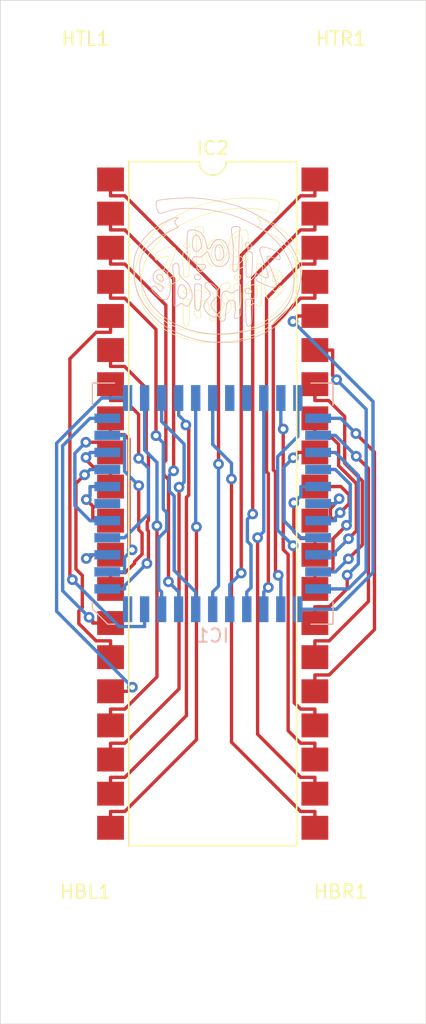
<source format=kicad_pcb>
(kicad_pcb (version 20171130) (host pcbnew "(5.1.5)-3")
  (layers (0 F.Cu signal) (31 B.Cu signal) (34 B.Paste user) (35 F.Paste user) (36 B.SilkS user) (37 F.SilkS user) (38 B.Mask user) (39 F.Mask user) (44 Edge.Cuts user))
  (net 0 "")
  (net 1 /A10)
  (net 2 /A9)
  (net 3 /A8)
  (net 4 /A7)
  (net 5 /A6)
  (net 6 /A5)
  (net 7 /A4)
  (net 8 /A3)
  (net 9 /A2)
  (net 10 /A1)
  (net 11 /A0)
  (net 12 /GND)
  (net 13 /~REFSH)
  (net 14 /~M1)
  (net 15 /~BUSRQ)
  (net 16 /~WAIT)
  (net 17 /~BUSAK)
  (net 18 /~WR)
  (net 19 "Net-(IC1-Pad25)")
  (net 20 "Net-(IC1-Pad24)")
  (net 21 /~RD)
  (net 22 /~IOREQ)
  (net 23 /~MREQ)
  (net 24 /~HALT)
  (net 25 /~NMI)
  (net 26 /~INT)
  (net 27 /DA0)
  (net 28 /DA7)
  (net 29 /DA6)
  (net 30 /DA1)
  (net 31 /+5V)
  (net 32 "Net-(IC1-Pad12)")
  (net 33 /DA5)
  (net 34 /DA4)
  (net 35 /DA2)
  (net 36 /DA3)
  (net 37 /CLK)
  (net 38 "Net-(IC1-Pad6)")
  (net 39 /A15)
  (net 40 /A14)
  (net 41 /A13)
  (net 42 /A12)
  (net 43 /A11)
  (net 44 /~RESET)
  (module Package_DIP:SMDIP-40_W15.24mm (layer F.Cu) (at 130.142 81.915)
    (fp_text reference IC2 (at 0 -26.46) (layer F.SilkS))
    (fp_text value Z80CPU-DIP)
    (pad 40 smd rect (at 7.62 -24.13) (size 2 1.78) (layers F.Cu F.Paste F.Mask) (net 1 /A10))
    (pad 20 smd rect (at -7.62 24.13) (size 2 1.78) (layers F.Cu F.Paste F.Mask) (net 22 /~IOREQ))
    (pad 39 smd rect (at 7.62 -21.59) (size 2 1.78) (layers F.Cu F.Paste F.Mask) (net 2 /A9))
    (pad 19 smd rect (at -7.62 21.59) (size 2 1.78) (layers F.Cu F.Paste F.Mask) (net 23 /~MREQ))
    (pad 38 smd rect (at 7.62 -19.05) (size 2 1.78) (layers F.Cu F.Paste F.Mask) (net 3 /A8))
    (pad 18 smd rect (at -7.62 19.05) (size 2 1.78) (layers F.Cu F.Paste F.Mask) (net 24 /~HALT))
    (pad 37 smd rect (at 7.62 -16.51) (size 2 1.78) (layers F.Cu F.Paste F.Mask) (net 4 /A7))
    (pad 17 smd rect (at -7.62 16.51) (size 2 1.78) (layers F.Cu F.Paste F.Mask) (net 25 /~NMI))
    (pad 36 smd rect (at 7.62 -13.97) (size 2 1.78) (layers F.Cu F.Paste F.Mask) (net 5 /A6))
    (pad 16 smd rect (at -7.62 13.97) (size 2 1.78) (layers F.Cu F.Paste F.Mask) (net 26 /~INT))
    (pad 35 smd rect (at 7.62 -11.43) (size 2 1.78) (layers F.Cu F.Paste F.Mask) (net 6 /A5))
    (pad 15 smd rect (at -7.62 11.43) (size 2 1.78) (layers F.Cu F.Paste F.Mask) (net 30 /DA1))
    (pad 34 smd rect (at 7.62 -8.89) (size 2 1.78) (layers F.Cu F.Paste F.Mask) (net 7 /A4))
    (pad 14 smd rect (at -7.62 8.89) (size 2 1.78) (layers F.Cu F.Paste F.Mask) (net 27 /DA0))
    (pad 33 smd rect (at 7.62 -6.35) (size 2 1.78) (layers F.Cu F.Paste F.Mask) (net 8 /A3))
    (pad 13 smd rect (at -7.62 6.35) (size 2 1.78) (layers F.Cu F.Paste F.Mask) (net 28 /DA7))
    (pad 32 smd rect (at 7.62 -3.81) (size 2 1.78) (layers F.Cu F.Paste F.Mask) (net 9 /A2))
    (pad 12 smd rect (at -7.62 3.81) (size 2 1.78) (layers F.Cu F.Paste F.Mask) (net 35 /DA2))
    (pad 31 smd rect (at 7.62 -1.27) (size 2 1.78) (layers F.Cu F.Paste F.Mask) (net 10 /A1))
    (pad 11 smd rect (at -7.62 1.27) (size 2 1.78) (layers F.Cu F.Paste F.Mask) (net 31 /+5V))
    (pad 30 smd rect (at 7.62 1.27) (size 2 1.78) (layers F.Cu F.Paste F.Mask) (net 11 /A0))
    (pad 10 smd rect (at -7.62 -1.27) (size 2 1.78) (layers F.Cu F.Paste F.Mask) (net 29 /DA6))
    (pad 29 smd rect (at 7.62 3.81) (size 2 1.78) (layers F.Cu F.Paste F.Mask) (net 12 /GND))
    (pad 9 smd rect (at -7.62 -3.81) (size 2 1.78) (layers F.Cu F.Paste F.Mask) (net 33 /DA5))
    (pad 28 smd rect (at 7.62 6.35) (size 2 1.78) (layers F.Cu F.Paste F.Mask) (net 13 /~REFSH))
    (pad 8 smd rect (at -7.62 -6.35) (size 2 1.78) (layers F.Cu F.Paste F.Mask) (net 36 /DA3))
    (pad 27 smd rect (at 7.62 8.89) (size 2 1.78) (layers F.Cu F.Paste F.Mask) (net 14 /~M1))
    (pad 7 smd rect (at -7.62 -8.89) (size 2 1.78) (layers F.Cu F.Paste F.Mask) (net 34 /DA4))
    (pad 26 smd rect (at 7.62 11.43) (size 2 1.78) (layers F.Cu F.Paste F.Mask) (net 44 /~RESET))
    (pad 6 smd rect (at -7.62 -11.43) (size 2 1.78) (layers F.Cu F.Paste F.Mask) (net 37 /CLK))
    (pad 25 smd rect (at 7.62 13.97) (size 2 1.78) (layers F.Cu F.Paste F.Mask) (net 15 /~BUSRQ))
    (pad 5 smd rect (at -7.62 -13.97) (size 2 1.78) (layers F.Cu F.Paste F.Mask) (net 39 /A15))
    (pad 24 smd rect (at 7.62 16.51) (size 2 1.78) (layers F.Cu F.Paste F.Mask) (net 16 /~WAIT))
    (pad 4 smd rect (at -7.62 -16.51) (size 2 1.78) (layers F.Cu F.Paste F.Mask) (net 40 /A14))
    (pad 23 smd rect (at 7.62 19.05) (size 2 1.78) (layers F.Cu F.Paste F.Mask) (net 17 /~BUSAK))
    (pad 3 smd rect (at -7.62 -19.05) (size 2 1.78) (layers F.Cu F.Paste F.Mask) (net 41 /A13))
    (pad 22 smd rect (at 7.62 21.59) (size 2 1.78) (layers F.Cu F.Paste F.Mask) (net 18 /~WR))
    (pad 2 smd rect (at -7.62 -21.59) (size 2 1.78) (layers F.Cu F.Paste F.Mask) (net 42 /A12))
    (pad 21 smd rect (at 7.62 24.13) (size 2 1.78) (layers F.Cu F.Paste F.Mask) (net 21 /~RD))
    (pad 1 smd rect (at -7.62 -24.13) (size 2 1.78) (layers F.Cu F.Paste F.Mask) (net 43 /A11))
  )
  (module Package_LCC:PLCC-44 (layer B.Cu) (at 130.142 81.915)
    (fp_text reference IC1 (at 0 9.825) (layer B.SilkS) (effects (justify mirror)))
    (fp_text value Z80CPU-LCC)
    (pad 39 smd rect (at 7.8625 6.35) (size 1.925 0.7) (layers B.Cu B.Paste B.Mask) (net 6 /A5))
    (pad 38 smd rect (at 7.8625 5.08) (size 1.925 0.7) (layers B.Cu B.Paste B.Mask) (net 7 /A4))
    (pad 37 smd rect (at 7.8625 3.81) (size 1.925 0.7) (layers B.Cu B.Paste B.Mask) (net 8 /A3))
    (pad 36 smd rect (at 7.8625 2.54) (size 1.925 0.7) (layers B.Cu B.Paste B.Mask) (net 9 /A2))
    (pad 35 smd rect (at 7.8625 1.27) (size 1.925 0.7) (layers B.Cu B.Paste B.Mask) (net 10 /A1))
    (pad 34 smd rect (at 7.8625 0) (size 1.925 0.7) (layers B.Cu B.Paste B.Mask) (net 11 /A0))
    (pad 33 smd rect (at 7.8625 -1.27) (size 1.925 0.7) (layers B.Cu B.Paste B.Mask) (net 12 /GND))
    (pad 32 smd rect (at 7.8625 -2.54) (size 1.925 0.7) (layers B.Cu B.Paste B.Mask) (net 13 /~REFSH))
    (pad 31 smd rect (at 7.8625 -3.81) (size 1.925 0.7) (layers B.Cu B.Paste B.Mask) (net 14 /~M1))
    (pad 30 smd rect (at 7.8625 -5.08) (size 1.925 0.7) (layers B.Cu B.Paste B.Mask) (net 44 /~RESET))
    (pad 29 smd rect (at 7.8625 -6.35) (size 1.925 0.7) (layers B.Cu B.Paste B.Mask) (net 15 /~BUSRQ))
    (pad 28 smd rect (at 6.35 -7.8625) (size 0.7 1.925) (layers B.Cu B.Paste B.Mask) (net 16 /~WAIT))
    (pad 27 smd rect (at 5.08 -7.8625) (size 0.7 1.925) (layers B.Cu B.Paste B.Mask) (net 17 /~BUSAK))
    (pad 26 smd rect (at 3.81 -7.8625) (size 0.7 1.925) (layers B.Cu B.Paste B.Mask) (net 18 /~WR))
    (pad 25 smd rect (at 2.54 -7.8625) (size 0.7 1.925) (layers B.Cu B.Paste B.Mask) (net 19 "Net-(IC1-Pad25)"))
    (pad 24 smd rect (at 1.27 -7.8625) (size 0.7 1.925) (layers B.Cu B.Paste B.Mask) (net 20 "Net-(IC1-Pad24)"))
    (pad 23 smd rect (at 0 -7.8625) (size 0.7 1.925) (layers B.Cu B.Paste B.Mask) (net 21 /~RD))
    (pad 22 smd rect (at -1.27 -7.8625) (size 0.7 1.925) (layers B.Cu B.Paste B.Mask) (net 22 /~IOREQ))
    (pad 21 smd rect (at -2.54 -7.8625) (size 0.7 1.925) (layers B.Cu B.Paste B.Mask) (net 23 /~MREQ))
    (pad 20 smd rect (at -3.81 -7.8625) (size 0.7 1.925) (layers B.Cu B.Paste B.Mask) (net 24 /~HALT))
    (pad 19 smd rect (at -5.08 -7.8625) (size 0.7 1.925) (layers B.Cu B.Paste B.Mask) (net 25 /~NMI))
    (pad 18 smd rect (at -6.35 -7.8625) (size 0.7 1.925) (layers B.Cu B.Paste B.Mask) (net 26 /~INT))
    (pad 17 smd rect (at -7.8625 -6.35) (size 1.925 0.7) (layers B.Cu B.Paste B.Mask) (net 27 /DA0))
    (pad 16 smd rect (at -7.8625 -5.08) (size 1.925 0.7) (layers B.Cu B.Paste B.Mask) (net 28 /DA7))
    (pad 15 smd rect (at -7.8625 -3.81) (size 1.925 0.7) (layers B.Cu B.Paste B.Mask) (net 29 /DA6))
    (pad 14 smd rect (at -7.8625 -2.54) (size 1.925 0.7) (layers B.Cu B.Paste B.Mask) (net 30 /DA1))
    (pad 13 smd rect (at -7.8625 -1.27) (size 1.925 0.7) (layers B.Cu B.Paste B.Mask) (net 31 /+5V))
    (pad 12 smd rect (at -7.8625 0) (size 1.925 0.7) (layers B.Cu B.Paste B.Mask) (net 32 "Net-(IC1-Pad12)"))
    (pad 11 smd rect (at -7.8625 1.27) (size 1.925 0.7) (layers B.Cu B.Paste B.Mask) (net 33 /DA5))
    (pad 10 smd rect (at -7.8625 2.54) (size 1.925 0.7) (layers B.Cu B.Paste B.Mask) (net 34 /DA4))
    (pad 9 smd rect (at -7.8625 3.81) (size 1.925 0.7) (layers B.Cu B.Paste B.Mask) (net 35 /DA2))
    (pad 8 smd rect (at -7.8625 5.08) (size 1.925 0.7) (layers B.Cu B.Paste B.Mask) (net 36 /DA3))
    (pad 7 smd rect (at -7.8625 6.35) (size 1.925 0.7) (layers B.Cu B.Paste B.Mask) (net 37 /CLK))
    (pad 40 smd rect (at 6.35 7.8625) (size 0.7 1.925) (layers B.Cu B.Paste B.Mask) (net 5 /A6))
    (pad 41 smd rect (at 5.08 7.8625) (size 0.7 1.925) (layers B.Cu B.Paste B.Mask) (net 4 /A7))
    (pad 42 smd rect (at 3.81 7.8625) (size 0.7 1.925) (layers B.Cu B.Paste B.Mask) (net 3 /A8))
    (pad 43 smd rect (at 2.54 7.8625) (size 0.7 1.925) (layers B.Cu B.Paste B.Mask) (net 2 /A9))
    (pad 44 smd rect (at 1.27 7.8625) (size 0.7 1.925) (layers B.Cu B.Paste B.Mask) (net 1 /A10))
    (pad 6 smd rect (at -6.35 7.8625) (size 0.7 1.925) (layers B.Cu B.Paste B.Mask) (net 38 "Net-(IC1-Pad6)"))
    (pad 5 smd rect (at -5.08 7.8625) (size 0.7 1.925) (layers B.Cu B.Paste B.Mask) (net 39 /A15))
    (pad 4 smd rect (at -3.81 7.8625) (size 0.7 1.925) (layers B.Cu B.Paste B.Mask) (net 40 /A14))
    (pad 3 smd rect (at -2.54 7.8625) (size 0.7 1.925) (layers B.Cu B.Paste B.Mask) (net 41 /A13))
    (pad 2 smd rect (at -1.27 7.8625) (size 0.7 1.925) (layers B.Cu B.Paste B.Mask) (net 42 /A12))
    (pad 1 smd rect (at 0 7.8625) (size 0.7 1.925) (layers B.Cu B.Paste B.Mask) (net 43 /A11))
  )
  (module Symbol:ZilogInsideFront (layer F.Cu) (at 123.825 72.39)
    (fp_text reference Logo2 hide)
    (fp_text value ZilogFront hide)
  )
  (module Symbol:ZilogInsideBack (layer F.Cu) (at 123.19 72.39)
    (fp_text reference Logo1 hide)
    (fp_text value ZilogBack hide)
  )
  (module MountingHole:MountingHole_2.5mm (layer F.Cu) (at 139.7 50.8)
    (fp_text reference HTR1 (at 0 -3.5) (layer F.SilkS))
    (fp_text value MountingHole)
    (pad 1 np_thru_hole circle (at 0 0) (size 2.5 2.5) (drill 2.5) (layers *.Cu *.Mask))
  )
  (module MountingHole:MountingHole_2.5mm (layer F.Cu) (at 120.65 50.8)
    (fp_text reference HTL1 (at 0 -3.5) (layer F.SilkS))
    (fp_text value MountingHole)
    (pad 1 np_thru_hole circle (at 0 0) (size 2.5 2.5) (drill 2.5) (layers *.Cu *.Mask))
  )
  (module MountingHole:MountingHole_2.5mm (layer F.Cu) (at 139.7 114.3)
    (fp_text reference HBR1 (at 0 -3.5) (layer F.SilkS))
    (fp_text value MountingHole)
    (pad 1 np_thru_hole circle (at 0 0) (size 2.5 2.5) (drill 2.5) (layers *.Cu *.Mask))
  )
  (module MountingHole:MountingHole_2.5mm (layer F.Cu) (at 120.65 114.3)
    (fp_text reference HBL1 (at 0 -3.5) (layer F.SilkS))
    (fp_text value MountingHole)
    (pad 1 np_thru_hole circle (at 0 0) (size 2.5 2.5) (drill 2.5) (layers *.Cu *.Mask))
  )
  (gr_line (start 114.3 120.65) (end 114.3 44.45) (layer Edge.Cuts) (width 0.05))
  (gr_line (start 146.05 120.65) (end 114.3 120.65) (layer Edge.Cuts) (width 0.05))
  (gr_line (start 146.05 44.45) (end 146.05 120.65) (layer Edge.Cuts) (width 0.05))
  (gr_line (start 114.3 44.45) (end 146.05 44.45) (layer Edge.Cuts) (width 0.05))
  (segment (start 137.762 57.785) (end 137.762 59.0003) (width 0.25) (layer F.Cu) (net 1))
  (segment (start 132.2679 87.0835) (end 132.2679 63.431) (width 0.25) (layer F.Cu) (net 1))
  (segment (start 132.2679 63.431) (end 136.6986 59.0003) (width 0.25) (layer F.Cu) (net 1))
  (segment (start 136.6986 59.0003) (end 137.762 59.0003) (width 0.25) (layer F.Cu) (net 1))
  (segment (start 131.412 89.7775) (end 131.412 87.9394) (width 0.25) (layer B.Cu) (net 1))
  (segment (start 131.412 87.9394) (end 132.2679 87.0835) (width 0.25) (layer B.Cu) (net 1))
  (via (at 132.2679 87.0835) (size 0.8) (layers F.Cu B.Cu) (net 1))
  (segment (start 132.682 89.7775) (end 132.682 88.4897) (width 0.25) (layer B.Cu) (net 2))
  (segment (start 137.762 60.325) (end 137.762 61.5403) (width 0.25) (layer F.Cu) (net 2))
  (segment (start 133.1245 82.6828) (end 133.1245 65.1144) (width 0.25) (layer F.Cu) (net 2))
  (segment (start 133.1245 65.1144) (end 136.6986 61.5403) (width 0.25) (layer F.Cu) (net 2))
  (segment (start 136.6986 61.5403) (end 137.762 61.5403) (width 0.25) (layer F.Cu) (net 2))
  (segment (start 132.682 88.4897) (end 132.9976 88.1741) (width 0.25) (layer B.Cu) (net 2))
  (segment (start 132.9976 88.1741) (end 132.9976 84.9948) (width 0.25) (layer B.Cu) (net 2))
  (segment (start 132.9976 84.9948) (end 132.7274 84.7246) (width 0.25) (layer B.Cu) (net 2))
  (segment (start 132.7274 84.7246) (end 132.7274 83.0799) (width 0.25) (layer B.Cu) (net 2))
  (segment (start 132.7274 83.0799) (end 133.1245 82.6828) (width 0.25) (layer B.Cu) (net 2))
  (via (at 133.1245 82.6828) (size 0.8) (layers F.Cu B.Cu) (net 2))
  (segment (start 137.762 64.0803) (end 136.6986 64.0803) (width 0.25) (layer F.Cu) (net 3))
  (segment (start 136.6986 64.0803) (end 134.1562 66.6227) (width 0.25) (layer F.Cu) (net 3))
  (segment (start 134.1562 66.6227) (end 134.1562 79.5415) (width 0.25) (layer F.Cu) (net 3))
  (segment (start 134.1562 79.5415) (end 134.2901 79.6754) (width 0.25) (layer F.Cu) (net 3))
  (segment (start 134.2901 79.6754) (end 134.2901 88.1516) (width 0.25) (layer F.Cu) (net 3))
  (segment (start 133.952 88.4897) (end 134.2901 88.1516) (width 0.25) (layer B.Cu) (net 3))
  (segment (start 133.952 89.7775) (end 133.952 88.4897) (width 0.25) (layer B.Cu) (net 3))
  (segment (start 137.762 62.865) (end 137.762 64.0803) (width 0.25) (layer F.Cu) (net 3))
  (via (at 134.2901 88.1516) (size 0.8) (layers F.Cu B.Cu) (net 3))
  (segment (start 137.762 66.6203) (end 136.6986 66.6203) (width 0.25) (layer F.Cu) (net 4))
  (segment (start 136.6986 66.6203) (end 134.6604 68.6585) (width 0.25) (layer F.Cu) (net 4))
  (segment (start 134.6604 68.6585) (end 134.6604 79.4088) (width 0.25) (layer F.Cu) (net 4))
  (segment (start 134.6604 79.4088) (end 134.8222 79.5706) (width 0.25) (layer F.Cu) (net 4))
  (segment (start 134.8222 79.5706) (end 134.8222 87.0412) (width 0.25) (layer F.Cu) (net 4))
  (segment (start 134.8222 87.0412) (end 135.0285 87.2475) (width 0.25) (layer F.Cu) (net 4))
  (segment (start 135.222 89.7775) (end 135.222 87.441) (width 0.25) (layer B.Cu) (net 4))
  (segment (start 135.222 87.441) (end 135.0285 87.2475) (width 0.25) (layer B.Cu) (net 4))
  (segment (start 137.762 65.405) (end 137.762 66.6203) (width 0.25) (layer F.Cu) (net 4))
  (via (at 135.0285 87.2475) (size 0.8) (layers F.Cu B.Cu) (net 4))
  (segment (start 136.492 89.7775) (end 139.3657 89.7775) (width 0.25) (layer B.Cu) (net 5))
  (segment (start 139.3657 89.7775) (end 142.0981 87.0451) (width 0.25) (layer B.Cu) (net 5))
  (segment (start 142.0981 87.0451) (end 142.0981 74.3217) (width 0.25) (layer B.Cu) (net 5))
  (segment (start 142.0981 74.3217) (end 136.1269 68.3505) (width 0.25) (layer B.Cu) (net 5))
  (segment (start 136.4367 67.945) (end 136.4367 68.0407) (width 0.25) (layer F.Cu) (net 5))
  (segment (start 136.4367 68.0407) (end 136.1269 68.3505) (width 0.25) (layer F.Cu) (net 5))
  (segment (start 137.762 67.945) (end 136.4367 67.945) (width 0.25) (layer F.Cu) (net 5))
  (via (at 136.1269 68.3505) (size 0.8) (layers F.Cu B.Cu) (net 5))
  (segment (start 139.0873 70.485) (end 139.0873 72.3892) (width 0.25) (layer F.Cu) (net 6))
  (segment (start 139.0873 72.3892) (end 139.3849 72.6868) (width 0.25) (layer F.Cu) (net 6))
  (segment (start 138.0045 88.265) (end 140.2413 88.265) (width 0.25) (layer B.Cu) (net 6))
  (segment (start 140.2413 88.265) (end 141.5877 86.9186) (width 0.25) (layer B.Cu) (net 6))
  (segment (start 141.5877 86.9186) (end 141.5877 74.8896) (width 0.25) (layer B.Cu) (net 6))
  (segment (start 141.5877 74.8896) (end 139.3849 72.6868) (width 0.25) (layer B.Cu) (net 6))
  (segment (start 137.762 70.485) (end 139.0873 70.485) (width 0.25) (layer F.Cu) (net 6))
  (via (at 139.3849 72.6868) (size 0.8) (layers F.Cu B.Cu) (net 6))
  (segment (start 137.762 74.2403) (end 138.7884 74.2403) (width 0.25) (layer F.Cu) (net 7))
  (segment (start 138.7884 74.2403) (end 139.9851 75.437) (width 0.25) (layer F.Cu) (net 7))
  (segment (start 139.9851 75.437) (end 139.9851 78.9086) (width 0.25) (layer F.Cu) (net 7))
  (segment (start 139.9851 78.9086) (end 141.3057 80.2292) (width 0.25) (layer F.Cu) (net 7))
  (segment (start 141.3057 80.2292) (end 141.3057 84.9816) (width 0.25) (layer F.Cu) (net 7))
  (segment (start 141.3057 84.9816) (end 140.2624 86.0249) (width 0.25) (layer F.Cu) (net 7))
  (segment (start 139.2923 86.995) (end 140.2624 86.0249) (width 0.25) (layer B.Cu) (net 7))
  (segment (start 138.0045 86.995) (end 139.2923 86.995) (width 0.25) (layer B.Cu) (net 7))
  (segment (start 137.762 73.025) (end 137.762 74.2403) (width 0.25) (layer F.Cu) (net 7))
  (via (at 140.2624 86.0249) (size 0.8) (layers F.Cu B.Cu) (net 7))
  (segment (start 137.762 76.7803) (end 138.8064 76.7803) (width 0.25) (layer F.Cu) (net 8))
  (segment (start 138.8064 76.7803) (end 139.5348 77.5087) (width 0.25) (layer F.Cu) (net 8))
  (segment (start 139.5348 77.5087) (end 139.5348 79.0952) (width 0.25) (layer F.Cu) (net 8))
  (segment (start 139.5348 79.0952) (end 140.8529 80.4133) (width 0.25) (layer F.Cu) (net 8))
  (segment (start 140.8529 80.4133) (end 140.8529 83.9426) (width 0.25) (layer F.Cu) (net 8))
  (segment (start 140.8529 83.9426) (end 140.27 84.5255) (width 0.25) (layer F.Cu) (net 8))
  (segment (start 139.2923 85.725) (end 139.2923 85.5032) (width 0.25) (layer B.Cu) (net 8))
  (segment (start 139.2923 85.5032) (end 140.27 84.5255) (width 0.25) (layer B.Cu) (net 8))
  (segment (start 138.0045 85.725) (end 139.2923 85.725) (width 0.25) (layer B.Cu) (net 8))
  (segment (start 137.762 75.565) (end 137.762 76.7803) (width 0.25) (layer F.Cu) (net 8))
  (via (at 140.27 84.5255) (size 0.8) (layers F.Cu B.Cu) (net 8))
  (segment (start 136.4367 78.105) (end 136.4367 78.2133) (width 0.25) (layer F.Cu) (net 9))
  (segment (start 136.4367 78.2133) (end 136.1503 78.4997) (width 0.25) (layer F.Cu) (net 9))
  (segment (start 136.7167 84.455) (end 135.4644 83.2027) (width 0.25) (layer B.Cu) (net 9))
  (segment (start 135.4644 83.2027) (end 135.4644 79.1856) (width 0.25) (layer B.Cu) (net 9))
  (segment (start 135.4644 79.1856) (end 136.1503 78.4997) (width 0.25) (layer B.Cu) (net 9))
  (segment (start 138.0045 84.455) (end 136.7167 84.455) (width 0.25) (layer B.Cu) (net 9))
  (segment (start 137.762 78.105) (end 136.4367 78.105) (width 0.25) (layer F.Cu) (net 9))
  (via (at 136.1503 78.4997) (size 0.8) (layers F.Cu B.Cu) (net 9))
  (segment (start 139.0873 80.645) (end 139.7007 80.645) (width 0.25) (layer F.Cu) (net 10))
  (segment (start 139.7007 80.645) (end 140.3133 81.2576) (width 0.25) (layer F.Cu) (net 10))
  (segment (start 140.3133 81.2576) (end 140.3133 81.9204) (width 0.25) (layer F.Cu) (net 10))
  (segment (start 140.3133 81.9204) (end 139.6465 82.5872) (width 0.25) (layer F.Cu) (net 10))
  (segment (start 139.2923 83.185) (end 139.2923 82.9414) (width 0.25) (layer B.Cu) (net 10))
  (segment (start 139.2923 82.9414) (end 139.6465 82.5872) (width 0.25) (layer B.Cu) (net 10))
  (segment (start 137.762 80.645) (end 139.0873 80.645) (width 0.25) (layer F.Cu) (net 10))
  (segment (start 138.0045 83.185) (end 139.2923 83.185) (width 0.25) (layer B.Cu) (net 10))
  (via (at 139.6465 82.5872) (size 0.8) (layers F.Cu B.Cu) (net 10))
  (segment (start 139.5721 81.55) (end 139.5721 81.6359) (width 0.25) (layer F.Cu) (net 11))
  (segment (start 139.5721 81.6359) (end 138.9212 82.2868) (width 0.25) (layer F.Cu) (net 11))
  (segment (start 138.9212 82.2868) (end 138.9212 82.8876) (width 0.25) (layer F.Cu) (net 11))
  (segment (start 138.9212 82.8876) (end 139.0873 83.0537) (width 0.25) (layer F.Cu) (net 11))
  (segment (start 139.0873 83.0537) (end 139.0873 83.185) (width 0.25) (layer F.Cu) (net 11))
  (segment (start 139.2923 81.915) (end 139.2923 81.8298) (width 0.25) (layer B.Cu) (net 11))
  (segment (start 139.2923 81.8298) (end 139.5721 81.55) (width 0.25) (layer B.Cu) (net 11))
  (segment (start 138.0045 81.915) (end 139.2923 81.915) (width 0.25) (layer B.Cu) (net 11))
  (segment (start 137.762 83.185) (end 139.0873 83.185) (width 0.25) (layer F.Cu) (net 11))
  (via (at 139.5721 81.55) (size 0.8) (layers F.Cu B.Cu) (net 11))
  (segment (start 137.762 84.5097) (end 136.6986 84.5097) (width 0.25) (layer F.Cu) (net 12))
  (segment (start 136.6986 84.5097) (end 136.1898 84.0009) (width 0.25) (layer F.Cu) (net 12))
  (segment (start 136.1898 84.0009) (end 136.1898 81.8557) (width 0.25) (layer F.Cu) (net 12))
  (segment (start 136.7167 80.645) (end 136.7167 81.3288) (width 0.25) (layer B.Cu) (net 12))
  (segment (start 136.7167 81.3288) (end 136.1898 81.8557) (width 0.25) (layer B.Cu) (net 12))
  (segment (start 138.0045 80.645) (end 136.7167 80.645) (width 0.25) (layer B.Cu) (net 12))
  (segment (start 137.762 85.725) (end 137.762 84.5097) (width 0.25) (layer F.Cu) (net 12))
  (via (at 136.1898 81.8557) (size 0.8) (layers F.Cu B.Cu) (net 12))
  (segment (start 140.1234 83.5251) (end 139.1124 84.5361) (width 0.25) (layer F.Cu) (net 13))
  (segment (start 139.1124 84.5361) (end 139.1124 86.7627) (width 0.25) (layer F.Cu) (net 13))
  (segment (start 139.1124 86.7627) (end 138.8254 87.0497) (width 0.25) (layer F.Cu) (net 13))
  (segment (start 138.8254 87.0497) (end 137.762 87.0497) (width 0.25) (layer F.Cu) (net 13))
  (segment (start 139.2923 79.375) (end 140.3985 80.4812) (width 0.25) (layer B.Cu) (net 13))
  (segment (start 140.3985 80.4812) (end 140.3985 83.25) (width 0.25) (layer B.Cu) (net 13))
  (segment (start 140.3985 83.25) (end 140.1234 83.5251) (width 0.25) (layer B.Cu) (net 13))
  (segment (start 138.0045 79.375) (end 139.2923 79.375) (width 0.25) (layer B.Cu) (net 13))
  (segment (start 137.762 88.265) (end 137.762 87.0497) (width 0.25) (layer F.Cu) (net 13))
  (via (at 140.1234 83.5251) (size 0.8) (layers F.Cu B.Cu) (net 13))
  (segment (start 139.2923 78.105) (end 141.0035 79.8162) (width 0.25) (layer B.Cu) (net 14))
  (segment (start 141.0035 79.8162) (end 141.0035 86.4053) (width 0.25) (layer B.Cu) (net 14))
  (segment (start 141.0035 86.4053) (end 140.1725 87.2363) (width 0.25) (layer B.Cu) (net 14))
  (segment (start 138.0045 78.105) (end 139.2923 78.105) (width 0.25) (layer B.Cu) (net 14))
  (segment (start 137.762 90.805) (end 137.762 89.5897) (width 0.25) (layer F.Cu) (net 14))
  (segment (start 140.1725 87.2363) (end 140.1725 88.2497) (width 0.25) (layer F.Cu) (net 14))
  (segment (start 140.1725 88.2497) (end 138.8325 89.5897) (width 0.25) (layer F.Cu) (net 14))
  (segment (start 138.8325 89.5897) (end 137.762 89.5897) (width 0.25) (layer F.Cu) (net 14))
  (via (at 140.1725 87.2363) (size 0.8) (layers F.Cu B.Cu) (net 14))
  (segment (start 137.762 94.6697) (end 138.8254 94.6697) (width 0.25) (layer F.Cu) (net 15))
  (segment (start 138.8254 94.6697) (end 142.2064 91.2887) (width 0.25) (layer F.Cu) (net 15))
  (segment (start 142.2064 91.2887) (end 142.2064 78.0843) (width 0.25) (layer F.Cu) (net 15))
  (segment (start 142.2064 78.0843) (end 140.822 76.6999) (width 0.25) (layer F.Cu) (net 15))
  (segment (start 138.0045 75.565) (end 139.6871 75.565) (width 0.25) (layer B.Cu) (net 15))
  (segment (start 139.6871 75.565) (end 140.822 76.6999) (width 0.25) (layer B.Cu) (net 15))
  (segment (start 137.762 95.885) (end 137.762 94.6697) (width 0.25) (layer F.Cu) (net 15))
  (via (at 140.822 76.6999) (size 0.8) (layers F.Cu B.Cu) (net 15))
  (segment (start 136.1355 85.0427) (end 136.2181 85.1253) (width 0.25) (layer F.Cu) (net 16))
  (segment (start 136.2181 85.1253) (end 136.2181 96.7292) (width 0.25) (layer F.Cu) (net 16))
  (segment (start 136.2181 96.7292) (end 136.6986 97.2097) (width 0.25) (layer F.Cu) (net 16))
  (segment (start 136.6986 97.2097) (end 137.762 97.2097) (width 0.25) (layer F.Cu) (net 16))
  (segment (start 136.492 74.0525) (end 136.492 76.9039) (width 0.25) (layer B.Cu) (net 16))
  (segment (start 136.492 76.9039) (end 134.9823 78.4136) (width 0.25) (layer B.Cu) (net 16))
  (segment (start 134.9823 78.4136) (end 134.9823 83.8895) (width 0.25) (layer B.Cu) (net 16))
  (segment (start 134.9823 83.8895) (end 136.1355 85.0427) (width 0.25) (layer B.Cu) (net 16))
  (segment (start 137.762 98.425) (end 137.762 97.2097) (width 0.25) (layer F.Cu) (net 16))
  (via (at 136.1355 85.0427) (size 0.8) (layers F.Cu B.Cu) (net 16))
  (segment (start 135.4005 76.3607) (end 135.4005 85.3334) (width 0.25) (layer F.Cu) (net 17))
  (segment (start 135.4005 85.3334) (end 135.7677 85.7006) (width 0.25) (layer F.Cu) (net 17))
  (segment (start 135.7677 85.7006) (end 135.7677 98.8188) (width 0.25) (layer F.Cu) (net 17))
  (segment (start 135.7677 98.8188) (end 136.6986 99.7497) (width 0.25) (layer F.Cu) (net 17))
  (segment (start 136.6986 99.7497) (end 137.762 99.7497) (width 0.25) (layer F.Cu) (net 17))
  (segment (start 135.222 74.0525) (end 135.222 76.1822) (width 0.25) (layer B.Cu) (net 17))
  (segment (start 135.222 76.1822) (end 135.4005 76.3607) (width 0.25) (layer B.Cu) (net 17))
  (segment (start 137.762 100.965) (end 137.762 99.7497) (width 0.25) (layer F.Cu) (net 17))
  (via (at 135.4005 76.3607) (size 0.8) (layers F.Cu B.Cu) (net 17))
  (segment (start 133.49 84.4474) (end 133.952 83.9854) (width 0.25) (layer B.Cu) (net 18))
  (segment (start 133.952 83.9854) (end 133.952 75.3403) (width 0.25) (layer B.Cu) (net 18))
  (segment (start 137.762 102.2897) (end 136.6986 102.2897) (width 0.25) (layer F.Cu) (net 18))
  (segment (start 136.6986 102.2897) (end 133.49 99.0811) (width 0.25) (layer F.Cu) (net 18))
  (segment (start 133.49 99.0811) (end 133.49 84.4474) (width 0.25) (layer F.Cu) (net 18))
  (segment (start 133.952 74.0525) (end 133.952 75.3403) (width 0.25) (layer B.Cu) (net 18))
  (segment (start 137.762 103.505) (end 137.762 102.2897) (width 0.25) (layer F.Cu) (net 18))
  (via (at 133.49 84.4474) (size 0.8) (layers F.Cu B.Cu) (net 18))
  (segment (start 131.5426 80.0761) (end 131.5426 78.9124) (width 0.25) (layer B.Cu) (net 21))
  (segment (start 131.5426 78.9124) (end 130.142 77.5118) (width 0.25) (layer B.Cu) (net 21))
  (segment (start 130.142 77.5118) (end 130.142 74.0525) (width 0.25) (layer B.Cu) (net 21))
  (segment (start 131.5426 80.0761) (end 131.5426 99.6737) (width 0.25) (layer F.Cu) (net 21))
  (segment (start 131.5426 99.6737) (end 136.6986 104.8297) (width 0.25) (layer F.Cu) (net 21))
  (segment (start 136.6986 104.8297) (end 137.762 104.8297) (width 0.25) (layer F.Cu) (net 21))
  (segment (start 137.762 106.045) (end 137.762 104.8297) (width 0.25) (layer F.Cu) (net 21))
  (via (at 131.5426 80.0761) (size 0.8) (layers F.Cu B.Cu) (net 21))
  (segment (start 122.522 104.8297) (end 123.5854 104.8297) (width 0.25) (layer F.Cu) (net 22))
  (segment (start 123.5854 104.8297) (end 128.9277 99.4874) (width 0.25) (layer F.Cu) (net 22))
  (segment (start 128.9277 99.4874) (end 128.9277 83.6472) (width 0.25) (layer F.Cu) (net 22))
  (segment (start 128.872 75.3403) (end 128.872 83.5915) (width 0.25) (layer B.Cu) (net 22))
  (segment (start 128.872 83.5915) (end 128.9277 83.6472) (width 0.25) (layer B.Cu) (net 22))
  (segment (start 128.872 74.0525) (end 128.872 75.3403) (width 0.25) (layer B.Cu) (net 22))
  (segment (start 122.522 106.045) (end 122.522 104.8297) (width 0.25) (layer F.Cu) (net 22))
  (via (at 128.9277 83.6472) (size 0.8) (layers F.Cu B.Cu) (net 22))
  (segment (start 122.522 102.2897) (end 123.5854 102.2897) (width 0.25) (layer F.Cu) (net 23))
  (segment (start 123.5854 102.2897) (end 128.1793 97.6958) (width 0.25) (layer F.Cu) (net 23))
  (segment (start 128.1793 97.6958) (end 128.1793 81.4533) (width 0.25) (layer F.Cu) (net 23))
  (segment (start 128.1793 81.4533) (end 128.3554 81.2772) (width 0.25) (layer F.Cu) (net 23))
  (segment (start 128.3554 81.2772) (end 128.3554 76.2841) (width 0.25) (layer F.Cu) (net 23))
  (segment (start 128.3554 76.2841) (end 128.1377 76.0664) (width 0.25) (layer F.Cu) (net 23))
  (segment (start 127.602 75.3403) (end 128.1065 75.8448) (width 0.25) (layer B.Cu) (net 23))
  (segment (start 128.1065 75.8448) (end 128.1065 76.0353) (width 0.25) (layer B.Cu) (net 23))
  (segment (start 128.1065 76.0353) (end 128.1066 76.0353) (width 0.25) (layer B.Cu) (net 23))
  (segment (start 128.1066 76.0353) (end 128.1377 76.0664) (width 0.25) (layer B.Cu) (net 23))
  (segment (start 127.602 74.0525) (end 127.602 75.3403) (width 0.25) (layer B.Cu) (net 23))
  (segment (start 122.522 103.505) (end 122.522 102.2897) (width 0.25) (layer F.Cu) (net 23))
  (via (at 128.1377 76.0664) (size 0.8) (layers F.Cu B.Cu) (net 23))
  (segment (start 122.522 100.965) (end 122.522 99.7497) (width 0.25) (layer F.Cu) (net 24))
  (segment (start 127.6301 80.6882) (end 127.6301 95.705) (width 0.25) (layer F.Cu) (net 24))
  (segment (start 127.6301 95.705) (end 123.5854 99.7497) (width 0.25) (layer F.Cu) (net 24))
  (segment (start 123.5854 99.7497) (end 122.522 99.7497) (width 0.25) (layer F.Cu) (net 24))
  (segment (start 126.332 74.0525) (end 126.332 75.8046) (width 0.25) (layer B.Cu) (net 24))
  (segment (start 126.332 75.8046) (end 128.0066 77.4792) (width 0.25) (layer B.Cu) (net 24))
  (segment (start 128.0066 77.4792) (end 128.0066 80.3117) (width 0.25) (layer B.Cu) (net 24))
  (segment (start 128.0066 80.3117) (end 127.6301 80.6882) (width 0.25) (layer B.Cu) (net 24))
  (via (at 127.6301 80.6882) (size 0.8) (layers F.Cu B.Cu) (net 24))
  (segment (start 125.062 75.3403) (end 125.062 77.9262) (width 0.25) (layer B.Cu) (net 25))
  (segment (start 125.062 77.9262) (end 125.9832 78.8474) (width 0.25) (layer B.Cu) (net 25))
  (segment (start 125.9832 78.8474) (end 125.9832 83.5649) (width 0.25) (layer B.Cu) (net 25))
  (segment (start 125.062 74.0525) (end 125.062 75.3403) (width 0.25) (layer B.Cu) (net 25))
  (segment (start 122.522 98.425) (end 122.522 97.2097) (width 0.25) (layer F.Cu) (net 25))
  (segment (start 125.9832 83.5649) (end 125.9832 94.8119) (width 0.25) (layer F.Cu) (net 25))
  (segment (start 125.9832 94.8119) (end 123.5854 97.2097) (width 0.25) (layer F.Cu) (net 25))
  (segment (start 123.5854 97.2097) (end 122.522 97.2097) (width 0.25) (layer F.Cu) (net 25))
  (via (at 125.9832 83.5649) (size 0.8) (layers F.Cu B.Cu) (net 25))
  (segment (start 123.792 74.0525) (end 121.8649 74.0525) (width 0.25) (layer B.Cu) (net 26))
  (segment (start 121.8649 74.0525) (end 118.4987 77.4187) (width 0.25) (layer B.Cu) (net 26))
  (segment (start 118.4987 77.4187) (end 118.4987 89.9312) (width 0.25) (layer B.Cu) (net 26))
  (segment (start 118.4987 89.9312) (end 124.1499 95.5824) (width 0.25) (layer B.Cu) (net 26))
  (segment (start 124.1499 95.5824) (end 123.8473 95.885) (width 0.25) (layer F.Cu) (net 26))
  (segment (start 122.522 95.885) (end 123.8473 95.885) (width 0.25) (layer F.Cu) (net 26))
  (via (at 124.1499 95.5824) (size 0.8) (layers F.Cu B.Cu) (net 26))
  (segment (start 121.1967 90.805) (end 121.1967 90.6519) (width 0.25) (layer F.Cu) (net 27))
  (segment (start 121.1967 90.6519) (end 120.9208 90.376) (width 0.25) (layer F.Cu) (net 27))
  (segment (start 120.9917 75.565) (end 118.949 77.6077) (width 0.25) (layer B.Cu) (net 27))
  (segment (start 118.949 77.6077) (end 118.949 88.4042) (width 0.25) (layer B.Cu) (net 27))
  (segment (start 118.949 88.4042) (end 120.9208 90.376) (width 0.25) (layer B.Cu) (net 27))
  (segment (start 122.2795 75.565) (end 120.9917 75.565) (width 0.25) (layer B.Cu) (net 27))
  (segment (start 122.522 90.805) (end 121.1967 90.805) (width 0.25) (layer F.Cu) (net 27))
  (via (at 120.9208 90.376) (size 0.8) (layers F.Cu B.Cu) (net 27))
  (segment (start 124.6221 80.5706) (end 124.6221 83.8664) (width 0.25) (layer F.Cu) (net 28))
  (segment (start 124.6221 83.8664) (end 124.8731 84.1174) (width 0.25) (layer F.Cu) (net 28))
  (segment (start 124.8731 84.1174) (end 124.8731 85.6756) (width 0.25) (layer F.Cu) (net 28))
  (segment (start 124.8731 85.6756) (end 124.3165 86.2322) (width 0.25) (layer F.Cu) (net 28))
  (segment (start 124.3165 86.2322) (end 124.3165 86.3513) (width 0.25) (layer F.Cu) (net 28))
  (segment (start 124.3165 86.3513) (end 123.6181 87.0497) (width 0.25) (layer F.Cu) (net 28))
  (segment (start 123.6181 87.0497) (end 122.522 87.0497) (width 0.25) (layer F.Cu) (net 28))
  (segment (start 122.2795 76.835) (end 123.5673 76.835) (width 0.25) (layer B.Cu) (net 28))
  (segment (start 123.5673 76.835) (end 123.5673 79.5158) (width 0.25) (layer B.Cu) (net 28))
  (segment (start 123.5673 79.5158) (end 124.6221 80.5706) (width 0.25) (layer B.Cu) (net 28))
  (segment (start 122.522 88.265) (end 122.522 87.0497) (width 0.25) (layer F.Cu) (net 28))
  (via (at 124.6221 80.5706) (size 0.8) (layers F.Cu B.Cu) (net 28))
  (segment (start 122.2795 78.105) (end 120.9917 78.105) (width 0.25) (layer B.Cu) (net 29))
  (segment (start 122.522 80.645) (end 122.522 79.4297) (width 0.25) (layer F.Cu) (net 29))
  (segment (start 120.6888 78.4795) (end 120.6888 78.6456) (width 0.25) (layer F.Cu) (net 29))
  (segment (start 120.6888 78.6456) (end 121.4729 79.4297) (width 0.25) (layer F.Cu) (net 29))
  (segment (start 121.4729 79.4297) (end 122.522 79.4297) (width 0.25) (layer F.Cu) (net 29))
  (segment (start 120.9917 78.105) (end 120.9917 78.1766) (width 0.25) (layer B.Cu) (net 29))
  (segment (start 120.9917 78.1766) (end 120.6888 78.4795) (width 0.25) (layer B.Cu) (net 29))
  (via (at 120.6888 78.4795) (size 0.8) (layers F.Cu B.Cu) (net 29))
  (segment (start 122.2795 79.375) (end 120.9917 79.375) (width 0.25) (layer B.Cu) (net 30))
  (segment (start 122.522 93.345) (end 122.522 92.1297) (width 0.25) (layer F.Cu) (net 30))
  (segment (start 120.5871 79.7711) (end 119.9388 80.4194) (width 0.25) (layer F.Cu) (net 30))
  (segment (start 119.9388 80.4194) (end 119.9388 86.7845) (width 0.25) (layer F.Cu) (net 30))
  (segment (start 119.9388 86.7845) (end 120.4144 87.2601) (width 0.25) (layer F.Cu) (net 30))
  (segment (start 120.4144 87.2601) (end 120.4144 89.6569) (width 0.25) (layer F.Cu) (net 30))
  (segment (start 120.4144 89.6569) (end 120.1545 89.9168) (width 0.25) (layer F.Cu) (net 30))
  (segment (start 120.1545 89.9168) (end 120.1545 90.8449) (width 0.25) (layer F.Cu) (net 30))
  (segment (start 120.1545 90.8449) (end 121.4393 92.1297) (width 0.25) (layer F.Cu) (net 30))
  (segment (start 121.4393 92.1297) (end 122.522 92.1297) (width 0.25) (layer F.Cu) (net 30))
  (segment (start 120.9917 79.375) (end 120.5956 79.7711) (width 0.25) (layer B.Cu) (net 30))
  (segment (start 120.5956 79.7711) (end 120.5871 79.7711) (width 0.25) (layer B.Cu) (net 30))
  (via (at 120.5871 79.7711) (size 0.8) (layers F.Cu B.Cu) (net 30))
  (segment (start 122.2795 80.645) (end 120.9917 80.645) (width 0.25) (layer B.Cu) (net 31))
  (segment (start 121.1967 83.185) (end 121.1967 82.1) (width 0.25) (layer F.Cu) (net 31))
  (segment (start 121.1967 82.1) (end 120.7127 81.616) (width 0.25) (layer F.Cu) (net 31))
  (segment (start 120.9917 80.645) (end 120.9917 81.337) (width 0.25) (layer B.Cu) (net 31))
  (segment (start 120.9917 81.337) (end 120.7127 81.616) (width 0.25) (layer B.Cu) (net 31))
  (segment (start 122.522 83.185) (end 121.1967 83.185) (width 0.25) (layer F.Cu) (net 31))
  (via (at 120.7127 81.616) (size 0.8) (layers F.Cu B.Cu) (net 31))
  (segment (start 120.6785 77.3456) (end 119.8618 78.1623) (width 0.25) (layer B.Cu) (net 33))
  (segment (start 119.8618 78.1623) (end 119.8618 82.0551) (width 0.25) (layer B.Cu) (net 33))
  (segment (start 119.8618 82.0551) (end 120.9917 83.185) (width 0.25) (layer B.Cu) (net 33))
  (segment (start 122.522 78.105) (end 121.7626 77.3456) (width 0.25) (layer F.Cu) (net 33))
  (segment (start 121.7626 77.3456) (end 120.6785 77.3456) (width 0.25) (layer F.Cu) (net 33))
  (segment (start 122.2795 83.185) (end 120.9917 83.185) (width 0.25) (layer B.Cu) (net 33))
  (via (at 120.6785 77.3456) (size 0.8) (layers F.Cu B.Cu) (net 33))
  (segment (start 122.522 74.2403) (end 123.5854 74.2403) (width 0.25) (layer F.Cu) (net 34))
  (segment (start 123.5854 74.2403) (end 124.617 75.2719) (width 0.25) (layer F.Cu) (net 34))
  (segment (start 124.617 75.2719) (end 124.617 78.5461) (width 0.25) (layer F.Cu) (net 34))
  (segment (start 122.2795 84.455) (end 123.5673 84.455) (width 0.25) (layer B.Cu) (net 34))
  (segment (start 122.522 73.025) (end 122.522 74.2403) (width 0.25) (layer F.Cu) (net 34))
  (segment (start 123.5673 84.455) (end 125.3475 82.6748) (width 0.25) (layer B.Cu) (net 34))
  (segment (start 125.3475 82.6748) (end 125.3475 79.2766) (width 0.25) (layer B.Cu) (net 34))
  (segment (start 125.3475 79.2766) (end 124.617 78.5461) (width 0.25) (layer B.Cu) (net 34))
  (via (at 124.617 78.5461) (size 0.8) (layers F.Cu B.Cu) (net 34))
  (segment (start 121.1967 85.725) (end 120.9232 85.9985) (width 0.25) (layer F.Cu) (net 35))
  (segment (start 120.9232 85.9985) (end 120.71 85.9985) (width 0.25) (layer F.Cu) (net 35))
  (segment (start 122.2795 85.725) (end 120.9835 85.725) (width 0.25) (layer B.Cu) (net 35))
  (segment (start 120.9835 85.725) (end 120.71 85.9985) (width 0.25) (layer B.Cu) (net 35))
  (segment (start 122.522 85.725) (end 121.1967 85.725) (width 0.25) (layer F.Cu) (net 35))
  (via (at 120.71 85.9985) (size 0.8) (layers F.Cu B.Cu) (net 35))
  (segment (start 122.522 76.7803) (end 123.5582 76.7803) (width 0.25) (layer F.Cu) (net 36))
  (segment (start 123.5582 76.7803) (end 123.8917 77.1138) (width 0.25) (layer F.Cu) (net 36))
  (segment (start 123.8917 77.1138) (end 123.8917 85.1174) (width 0.25) (layer F.Cu) (net 36))
  (segment (start 123.8917 85.1174) (end 124.1319 85.3576) (width 0.25) (layer F.Cu) (net 36))
  (segment (start 123.5673 86.995) (end 123.5673 85.9222) (width 0.25) (layer B.Cu) (net 36))
  (segment (start 123.5673 85.9222) (end 124.1319 85.3576) (width 0.25) (layer B.Cu) (net 36))
  (segment (start 122.2795 86.995) (end 123.5673 86.995) (width 0.25) (layer B.Cu) (net 36))
  (segment (start 122.522 75.565) (end 122.522 76.7803) (width 0.25) (layer F.Cu) (net 36))
  (via (at 124.1319 85.3576) (size 0.8) (layers F.Cu B.Cu) (net 36))
  (segment (start 122.522 71.7003) (end 123.5611 71.7003) (width 0.25) (layer F.Cu) (net 37))
  (segment (start 123.5611 71.7003) (end 125.1841 73.3233) (width 0.25) (layer F.Cu) (net 37))
  (segment (start 125.1841 73.3233) (end 125.1841 78.0484) (width 0.25) (layer F.Cu) (net 37))
  (segment (start 125.1841 78.0484) (end 125.3474 78.2117) (width 0.25) (layer F.Cu) (net 37))
  (segment (start 125.3474 78.2117) (end 125.3474 83.175) (width 0.25) (layer F.Cu) (net 37))
  (segment (start 125.3474 83.175) (end 125.2579 83.2645) (width 0.25) (layer F.Cu) (net 37))
  (segment (start 125.2579 83.2645) (end 125.2579 83.8653) (width 0.25) (layer F.Cu) (net 37))
  (segment (start 125.2579 83.8653) (end 125.3474 83.9548) (width 0.25) (layer F.Cu) (net 37))
  (segment (start 125.3474 83.9548) (end 125.3474 86.2533) (width 0.25) (layer F.Cu) (net 37))
  (segment (start 125.3474 86.2533) (end 125.2328 86.3679) (width 0.25) (layer F.Cu) (net 37))
  (segment (start 123.5673 88.265) (end 123.5673 88.0334) (width 0.25) (layer B.Cu) (net 37))
  (segment (start 123.5673 88.0334) (end 125.2328 86.3679) (width 0.25) (layer B.Cu) (net 37))
  (segment (start 122.2795 88.265) (end 123.5673 88.265) (width 0.25) (layer B.Cu) (net 37))
  (segment (start 122.522 70.485) (end 122.522 71.7003) (width 0.25) (layer F.Cu) (net 37))
  (via (at 125.2328 86.3679) (size 0.8) (layers F.Cu B.Cu) (net 37))
  (segment (start 125.062 89.7775) (end 125.062 91.0653) (width 0.25) (layer B.Cu) (net 39))
  (segment (start 122.522 67.945) (end 122.522 69.1603) (width 0.25) (layer F.Cu) (net 39))
  (segment (start 119.6743 87.5772) (end 119.4884 87.3913) (width 0.25) (layer F.Cu) (net 39))
  (segment (start 119.4884 87.3913) (end 119.4884 71.1305) (width 0.25) (layer F.Cu) (net 39))
  (segment (start 119.4884 71.1305) (end 121.4586 69.1603) (width 0.25) (layer F.Cu) (net 39))
  (segment (start 121.4586 69.1603) (end 122.522 69.1603) (width 0.25) (layer F.Cu) (net 39))
  (segment (start 125.062 91.0653) (end 123.1624 91.0653) (width 0.25) (layer B.Cu) (net 39))
  (segment (start 123.1624 91.0653) (end 119.6743 87.5772) (width 0.25) (layer B.Cu) (net 39))
  (via (at 119.6743 87.5772) (size 0.8) (layers F.Cu B.Cu) (net 39))
  (segment (start 126.332 89.7775) (end 126.332 88.4897) (width 0.25) (layer B.Cu) (net 40))
  (segment (start 122.522 65.405) (end 122.522 66.6203) (width 0.25) (layer F.Cu) (net 40))
  (segment (start 125.9094 76.8566) (end 125.9094 68.9443) (width 0.25) (layer F.Cu) (net 40))
  (segment (start 125.9094 68.9443) (end 123.5854 66.6203) (width 0.25) (layer F.Cu) (net 40))
  (segment (start 123.5854 66.6203) (end 122.522 66.6203) (width 0.25) (layer F.Cu) (net 40))
  (segment (start 126.332 88.4897) (end 126.113 88.2707) (width 0.25) (layer B.Cu) (net 40))
  (segment (start 126.113 88.2707) (end 126.113 84.461) (width 0.25) (layer B.Cu) (net 40))
  (segment (start 126.113 84.461) (end 126.7086 83.8654) (width 0.25) (layer B.Cu) (net 40))
  (segment (start 126.7086 83.8654) (end 126.7086 82.5722) (width 0.25) (layer B.Cu) (net 40))
  (segment (start 126.7086 82.5722) (end 126.4544 82.318) (width 0.25) (layer B.Cu) (net 40))
  (segment (start 126.4544 82.318) (end 126.4544 77.4016) (width 0.25) (layer B.Cu) (net 40))
  (segment (start 126.4544 77.4016) (end 125.9094 76.8566) (width 0.25) (layer B.Cu) (net 40))
  (via (at 125.9094 76.8566) (size 0.8) (layers F.Cu B.Cu) (net 40))
  (segment (start 126.8428 87.7305) (end 126.8428 80.1165) (width 0.25) (layer F.Cu) (net 41))
  (segment (start 126.8428 80.1165) (end 126.4883 79.762) (width 0.25) (layer F.Cu) (net 41))
  (segment (start 126.4883 79.762) (end 126.4883 78.8502) (width 0.25) (layer F.Cu) (net 41))
  (segment (start 126.4883 78.8502) (end 126.6465 78.692) (width 0.25) (layer F.Cu) (net 41))
  (segment (start 126.6465 78.692) (end 126.6465 67.1414) (width 0.25) (layer F.Cu) (net 41))
  (segment (start 126.6465 67.1414) (end 123.5854 64.0803) (width 0.25) (layer F.Cu) (net 41))
  (segment (start 123.5854 64.0803) (end 122.522 64.0803) (width 0.25) (layer F.Cu) (net 41))
  (segment (start 127.602 88.4897) (end 126.8428 87.7305) (width 0.25) (layer B.Cu) (net 41))
  (segment (start 127.602 89.7775) (end 127.602 88.4897) (width 0.25) (layer B.Cu) (net 41))
  (segment (start 122.522 62.865) (end 122.522 64.0803) (width 0.25) (layer F.Cu) (net 41))
  (via (at 126.8428 87.7305) (size 0.8) (layers F.Cu B.Cu) (net 41))
  (segment (start 127.2263 79.4743) (end 127.2263 65.1812) (width 0.25) (layer F.Cu) (net 42))
  (segment (start 127.2263 65.1812) (end 123.5854 61.5403) (width 0.25) (layer F.Cu) (net 42))
  (segment (start 123.5854 61.5403) (end 122.522 61.5403) (width 0.25) (layer F.Cu) (net 42))
  (segment (start 128.872 88.4897) (end 127.2674 86.8851) (width 0.25) (layer B.Cu) (net 42))
  (segment (start 127.2674 86.8851) (end 127.2674 81.3512) (width 0.25) (layer B.Cu) (net 42))
  (segment (start 127.2674 81.3512) (end 126.9048 80.9886) (width 0.25) (layer B.Cu) (net 42))
  (segment (start 126.9048 80.9886) (end 126.9048 79.7958) (width 0.25) (layer B.Cu) (net 42))
  (segment (start 126.9048 79.7958) (end 127.2263 79.4743) (width 0.25) (layer B.Cu) (net 42))
  (segment (start 128.872 89.7775) (end 128.872 88.4897) (width 0.25) (layer B.Cu) (net 42))
  (segment (start 122.522 60.325) (end 122.522 61.5403) (width 0.25) (layer F.Cu) (net 42))
  (via (at 127.2263 79.4743) (size 0.8) (layers F.Cu B.Cu) (net 42))
  (segment (start 130.142 89.7775) (end 130.142 88.4897) (width 0.25) (layer B.Cu) (net 43))
  (segment (start 122.522 57.785) (end 122.522 59.0003) (width 0.25) (layer F.Cu) (net 43))
  (segment (start 130.5747 78.9703) (end 130.5747 65.9896) (width 0.25) (layer F.Cu) (net 43))
  (segment (start 130.5747 65.9896) (end 123.5854 59.0003) (width 0.25) (layer F.Cu) (net 43))
  (segment (start 123.5854 59.0003) (end 122.522 59.0003) (width 0.25) (layer F.Cu) (net 43))
  (segment (start 130.142 88.4897) (end 130.5747 88.057) (width 0.25) (layer B.Cu) (net 43))
  (segment (start 130.5747 88.057) (end 130.5747 78.9703) (width 0.25) (layer B.Cu) (net 43))
  (via (at 130.5747 78.9703) (size 0.8) (layers F.Cu B.Cu) (net 43))
  (segment (start 140.8473 78.39) (end 141.756 79.2987) (width 0.25) (layer F.Cu) (net 44))
  (segment (start 141.756 79.2987) (end 141.756 89.1991) (width 0.25) (layer F.Cu) (net 44))
  (segment (start 141.756 89.1991) (end 138.8254 92.1297) (width 0.25) (layer F.Cu) (net 44))
  (segment (start 138.8254 92.1297) (end 137.762 92.1297) (width 0.25) (layer F.Cu) (net 44))
  (segment (start 139.2923 76.835) (end 140.8473 78.39) (width 0.25) (layer B.Cu) (net 44))
  (segment (start 138.0045 76.835) (end 139.2923 76.835) (width 0.25) (layer B.Cu) (net 44))
  (segment (start 137.762 93.345) (end 137.762 92.1297) (width 0.25) (layer F.Cu) (net 44))
  (via (at 140.8473 78.39) (size 0.8) (layers F.Cu B.Cu) (net 44))
)
</source>
